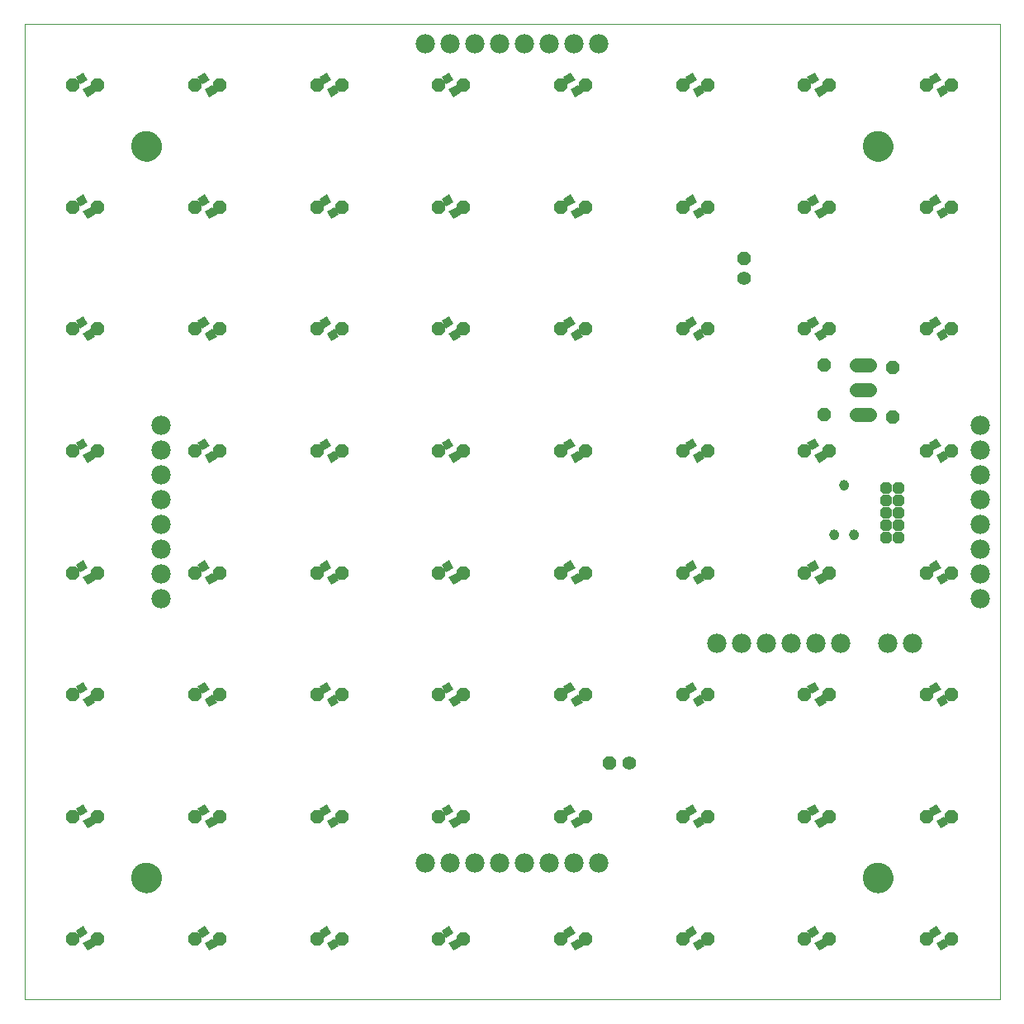
<source format=gbs>
G75*
%MOIN*%
%OFA0B0*%
%FSLAX25Y25*%
%IPPOS*%
%LPD*%
%AMOC8*
5,1,8,0,0,1.08239X$1,22.5*
%
%ADD10C,0.00000*%
%ADD11C,0.12211*%
%ADD12OC8,0.05600*%
%ADD13R,0.03550X0.03550*%
%ADD14OC8,0.04762*%
%ADD15C,0.07800*%
%ADD16C,0.05600*%
%ADD17C,0.05600*%
%ADD18C,0.03900*%
D10*
X0028775Y0011058D02*
X0028775Y0404759D01*
X0422476Y0404759D01*
X0422476Y0011058D01*
X0028775Y0011058D01*
X0072081Y0060271D02*
X0072083Y0060424D01*
X0072089Y0060578D01*
X0072099Y0060731D01*
X0072113Y0060883D01*
X0072131Y0061036D01*
X0072153Y0061187D01*
X0072178Y0061338D01*
X0072208Y0061489D01*
X0072242Y0061639D01*
X0072279Y0061787D01*
X0072320Y0061935D01*
X0072365Y0062081D01*
X0072414Y0062227D01*
X0072467Y0062371D01*
X0072523Y0062513D01*
X0072583Y0062654D01*
X0072647Y0062794D01*
X0072714Y0062932D01*
X0072785Y0063068D01*
X0072860Y0063202D01*
X0072937Y0063334D01*
X0073019Y0063464D01*
X0073103Y0063592D01*
X0073191Y0063718D01*
X0073282Y0063841D01*
X0073376Y0063962D01*
X0073474Y0064080D01*
X0073574Y0064196D01*
X0073678Y0064309D01*
X0073784Y0064420D01*
X0073893Y0064528D01*
X0074005Y0064633D01*
X0074119Y0064734D01*
X0074237Y0064833D01*
X0074356Y0064929D01*
X0074478Y0065022D01*
X0074603Y0065111D01*
X0074730Y0065198D01*
X0074859Y0065280D01*
X0074990Y0065360D01*
X0075123Y0065436D01*
X0075258Y0065509D01*
X0075395Y0065578D01*
X0075534Y0065643D01*
X0075674Y0065705D01*
X0075816Y0065763D01*
X0075959Y0065818D01*
X0076104Y0065869D01*
X0076250Y0065916D01*
X0076397Y0065959D01*
X0076545Y0065998D01*
X0076694Y0066034D01*
X0076844Y0066065D01*
X0076995Y0066093D01*
X0077146Y0066117D01*
X0077299Y0066137D01*
X0077451Y0066153D01*
X0077604Y0066165D01*
X0077757Y0066173D01*
X0077910Y0066177D01*
X0078064Y0066177D01*
X0078217Y0066173D01*
X0078370Y0066165D01*
X0078523Y0066153D01*
X0078675Y0066137D01*
X0078828Y0066117D01*
X0078979Y0066093D01*
X0079130Y0066065D01*
X0079280Y0066034D01*
X0079429Y0065998D01*
X0079577Y0065959D01*
X0079724Y0065916D01*
X0079870Y0065869D01*
X0080015Y0065818D01*
X0080158Y0065763D01*
X0080300Y0065705D01*
X0080440Y0065643D01*
X0080579Y0065578D01*
X0080716Y0065509D01*
X0080851Y0065436D01*
X0080984Y0065360D01*
X0081115Y0065280D01*
X0081244Y0065198D01*
X0081371Y0065111D01*
X0081496Y0065022D01*
X0081618Y0064929D01*
X0081737Y0064833D01*
X0081855Y0064734D01*
X0081969Y0064633D01*
X0082081Y0064528D01*
X0082190Y0064420D01*
X0082296Y0064309D01*
X0082400Y0064196D01*
X0082500Y0064080D01*
X0082598Y0063962D01*
X0082692Y0063841D01*
X0082783Y0063718D01*
X0082871Y0063592D01*
X0082955Y0063464D01*
X0083037Y0063334D01*
X0083114Y0063202D01*
X0083189Y0063068D01*
X0083260Y0062932D01*
X0083327Y0062794D01*
X0083391Y0062654D01*
X0083451Y0062513D01*
X0083507Y0062371D01*
X0083560Y0062227D01*
X0083609Y0062081D01*
X0083654Y0061935D01*
X0083695Y0061787D01*
X0083732Y0061639D01*
X0083766Y0061489D01*
X0083796Y0061338D01*
X0083821Y0061187D01*
X0083843Y0061036D01*
X0083861Y0060883D01*
X0083875Y0060731D01*
X0083885Y0060578D01*
X0083891Y0060424D01*
X0083893Y0060271D01*
X0083891Y0060118D01*
X0083885Y0059964D01*
X0083875Y0059811D01*
X0083861Y0059659D01*
X0083843Y0059506D01*
X0083821Y0059355D01*
X0083796Y0059204D01*
X0083766Y0059053D01*
X0083732Y0058903D01*
X0083695Y0058755D01*
X0083654Y0058607D01*
X0083609Y0058461D01*
X0083560Y0058315D01*
X0083507Y0058171D01*
X0083451Y0058029D01*
X0083391Y0057888D01*
X0083327Y0057748D01*
X0083260Y0057610D01*
X0083189Y0057474D01*
X0083114Y0057340D01*
X0083037Y0057208D01*
X0082955Y0057078D01*
X0082871Y0056950D01*
X0082783Y0056824D01*
X0082692Y0056701D01*
X0082598Y0056580D01*
X0082500Y0056462D01*
X0082400Y0056346D01*
X0082296Y0056233D01*
X0082190Y0056122D01*
X0082081Y0056014D01*
X0081969Y0055909D01*
X0081855Y0055808D01*
X0081737Y0055709D01*
X0081618Y0055613D01*
X0081496Y0055520D01*
X0081371Y0055431D01*
X0081244Y0055344D01*
X0081115Y0055262D01*
X0080984Y0055182D01*
X0080851Y0055106D01*
X0080716Y0055033D01*
X0080579Y0054964D01*
X0080440Y0054899D01*
X0080300Y0054837D01*
X0080158Y0054779D01*
X0080015Y0054724D01*
X0079870Y0054673D01*
X0079724Y0054626D01*
X0079577Y0054583D01*
X0079429Y0054544D01*
X0079280Y0054508D01*
X0079130Y0054477D01*
X0078979Y0054449D01*
X0078828Y0054425D01*
X0078675Y0054405D01*
X0078523Y0054389D01*
X0078370Y0054377D01*
X0078217Y0054369D01*
X0078064Y0054365D01*
X0077910Y0054365D01*
X0077757Y0054369D01*
X0077604Y0054377D01*
X0077451Y0054389D01*
X0077299Y0054405D01*
X0077146Y0054425D01*
X0076995Y0054449D01*
X0076844Y0054477D01*
X0076694Y0054508D01*
X0076545Y0054544D01*
X0076397Y0054583D01*
X0076250Y0054626D01*
X0076104Y0054673D01*
X0075959Y0054724D01*
X0075816Y0054779D01*
X0075674Y0054837D01*
X0075534Y0054899D01*
X0075395Y0054964D01*
X0075258Y0055033D01*
X0075123Y0055106D01*
X0074990Y0055182D01*
X0074859Y0055262D01*
X0074730Y0055344D01*
X0074603Y0055431D01*
X0074478Y0055520D01*
X0074356Y0055613D01*
X0074237Y0055709D01*
X0074119Y0055808D01*
X0074005Y0055909D01*
X0073893Y0056014D01*
X0073784Y0056122D01*
X0073678Y0056233D01*
X0073574Y0056346D01*
X0073474Y0056462D01*
X0073376Y0056580D01*
X0073282Y0056701D01*
X0073191Y0056824D01*
X0073103Y0056950D01*
X0073019Y0057078D01*
X0072937Y0057208D01*
X0072860Y0057340D01*
X0072785Y0057474D01*
X0072714Y0057610D01*
X0072647Y0057748D01*
X0072583Y0057888D01*
X0072523Y0058029D01*
X0072467Y0058171D01*
X0072414Y0058315D01*
X0072365Y0058461D01*
X0072320Y0058607D01*
X0072279Y0058755D01*
X0072242Y0058903D01*
X0072208Y0059053D01*
X0072178Y0059204D01*
X0072153Y0059355D01*
X0072131Y0059506D01*
X0072113Y0059659D01*
X0072099Y0059811D01*
X0072089Y0059964D01*
X0072083Y0060118D01*
X0072081Y0060271D01*
X0353733Y0198735D02*
X0353735Y0198818D01*
X0353741Y0198901D01*
X0353751Y0198984D01*
X0353765Y0199066D01*
X0353782Y0199148D01*
X0353804Y0199228D01*
X0353829Y0199307D01*
X0353858Y0199385D01*
X0353891Y0199462D01*
X0353928Y0199537D01*
X0353967Y0199610D01*
X0354011Y0199681D01*
X0354057Y0199750D01*
X0354107Y0199817D01*
X0354160Y0199881D01*
X0354216Y0199943D01*
X0354275Y0200002D01*
X0354337Y0200058D01*
X0354401Y0200111D01*
X0354468Y0200161D01*
X0354537Y0200207D01*
X0354608Y0200251D01*
X0354681Y0200290D01*
X0354756Y0200327D01*
X0354833Y0200360D01*
X0354911Y0200389D01*
X0354990Y0200414D01*
X0355070Y0200436D01*
X0355152Y0200453D01*
X0355234Y0200467D01*
X0355317Y0200477D01*
X0355400Y0200483D01*
X0355483Y0200485D01*
X0355566Y0200483D01*
X0355649Y0200477D01*
X0355732Y0200467D01*
X0355814Y0200453D01*
X0355896Y0200436D01*
X0355976Y0200414D01*
X0356055Y0200389D01*
X0356133Y0200360D01*
X0356210Y0200327D01*
X0356285Y0200290D01*
X0356358Y0200251D01*
X0356429Y0200207D01*
X0356498Y0200161D01*
X0356565Y0200111D01*
X0356629Y0200058D01*
X0356691Y0200002D01*
X0356750Y0199943D01*
X0356806Y0199881D01*
X0356859Y0199817D01*
X0356909Y0199750D01*
X0356955Y0199681D01*
X0356999Y0199610D01*
X0357038Y0199537D01*
X0357075Y0199462D01*
X0357108Y0199385D01*
X0357137Y0199307D01*
X0357162Y0199228D01*
X0357184Y0199148D01*
X0357201Y0199066D01*
X0357215Y0198984D01*
X0357225Y0198901D01*
X0357231Y0198818D01*
X0357233Y0198735D01*
X0357231Y0198652D01*
X0357225Y0198569D01*
X0357215Y0198486D01*
X0357201Y0198404D01*
X0357184Y0198322D01*
X0357162Y0198242D01*
X0357137Y0198163D01*
X0357108Y0198085D01*
X0357075Y0198008D01*
X0357038Y0197933D01*
X0356999Y0197860D01*
X0356955Y0197789D01*
X0356909Y0197720D01*
X0356859Y0197653D01*
X0356806Y0197589D01*
X0356750Y0197527D01*
X0356691Y0197468D01*
X0356629Y0197412D01*
X0356565Y0197359D01*
X0356498Y0197309D01*
X0356429Y0197263D01*
X0356358Y0197219D01*
X0356285Y0197180D01*
X0356210Y0197143D01*
X0356133Y0197110D01*
X0356055Y0197081D01*
X0355976Y0197056D01*
X0355896Y0197034D01*
X0355814Y0197017D01*
X0355732Y0197003D01*
X0355649Y0196993D01*
X0355566Y0196987D01*
X0355483Y0196985D01*
X0355400Y0196987D01*
X0355317Y0196993D01*
X0355234Y0197003D01*
X0355152Y0197017D01*
X0355070Y0197034D01*
X0354990Y0197056D01*
X0354911Y0197081D01*
X0354833Y0197110D01*
X0354756Y0197143D01*
X0354681Y0197180D01*
X0354608Y0197219D01*
X0354537Y0197263D01*
X0354468Y0197309D01*
X0354401Y0197359D01*
X0354337Y0197412D01*
X0354275Y0197468D01*
X0354216Y0197527D01*
X0354160Y0197589D01*
X0354107Y0197653D01*
X0354057Y0197720D01*
X0354011Y0197789D01*
X0353967Y0197860D01*
X0353928Y0197933D01*
X0353891Y0198008D01*
X0353858Y0198085D01*
X0353829Y0198163D01*
X0353804Y0198242D01*
X0353782Y0198322D01*
X0353765Y0198404D01*
X0353751Y0198486D01*
X0353741Y0198569D01*
X0353735Y0198652D01*
X0353733Y0198735D01*
X0361733Y0198735D02*
X0361735Y0198818D01*
X0361741Y0198901D01*
X0361751Y0198984D01*
X0361765Y0199066D01*
X0361782Y0199148D01*
X0361804Y0199228D01*
X0361829Y0199307D01*
X0361858Y0199385D01*
X0361891Y0199462D01*
X0361928Y0199537D01*
X0361967Y0199610D01*
X0362011Y0199681D01*
X0362057Y0199750D01*
X0362107Y0199817D01*
X0362160Y0199881D01*
X0362216Y0199943D01*
X0362275Y0200002D01*
X0362337Y0200058D01*
X0362401Y0200111D01*
X0362468Y0200161D01*
X0362537Y0200207D01*
X0362608Y0200251D01*
X0362681Y0200290D01*
X0362756Y0200327D01*
X0362833Y0200360D01*
X0362911Y0200389D01*
X0362990Y0200414D01*
X0363070Y0200436D01*
X0363152Y0200453D01*
X0363234Y0200467D01*
X0363317Y0200477D01*
X0363400Y0200483D01*
X0363483Y0200485D01*
X0363566Y0200483D01*
X0363649Y0200477D01*
X0363732Y0200467D01*
X0363814Y0200453D01*
X0363896Y0200436D01*
X0363976Y0200414D01*
X0364055Y0200389D01*
X0364133Y0200360D01*
X0364210Y0200327D01*
X0364285Y0200290D01*
X0364358Y0200251D01*
X0364429Y0200207D01*
X0364498Y0200161D01*
X0364565Y0200111D01*
X0364629Y0200058D01*
X0364691Y0200002D01*
X0364750Y0199943D01*
X0364806Y0199881D01*
X0364859Y0199817D01*
X0364909Y0199750D01*
X0364955Y0199681D01*
X0364999Y0199610D01*
X0365038Y0199537D01*
X0365075Y0199462D01*
X0365108Y0199385D01*
X0365137Y0199307D01*
X0365162Y0199228D01*
X0365184Y0199148D01*
X0365201Y0199066D01*
X0365215Y0198984D01*
X0365225Y0198901D01*
X0365231Y0198818D01*
X0365233Y0198735D01*
X0365231Y0198652D01*
X0365225Y0198569D01*
X0365215Y0198486D01*
X0365201Y0198404D01*
X0365184Y0198322D01*
X0365162Y0198242D01*
X0365137Y0198163D01*
X0365108Y0198085D01*
X0365075Y0198008D01*
X0365038Y0197933D01*
X0364999Y0197860D01*
X0364955Y0197789D01*
X0364909Y0197720D01*
X0364859Y0197653D01*
X0364806Y0197589D01*
X0364750Y0197527D01*
X0364691Y0197468D01*
X0364629Y0197412D01*
X0364565Y0197359D01*
X0364498Y0197309D01*
X0364429Y0197263D01*
X0364358Y0197219D01*
X0364285Y0197180D01*
X0364210Y0197143D01*
X0364133Y0197110D01*
X0364055Y0197081D01*
X0363976Y0197056D01*
X0363896Y0197034D01*
X0363814Y0197017D01*
X0363732Y0197003D01*
X0363649Y0196993D01*
X0363566Y0196987D01*
X0363483Y0196985D01*
X0363400Y0196987D01*
X0363317Y0196993D01*
X0363234Y0197003D01*
X0363152Y0197017D01*
X0363070Y0197034D01*
X0362990Y0197056D01*
X0362911Y0197081D01*
X0362833Y0197110D01*
X0362756Y0197143D01*
X0362681Y0197180D01*
X0362608Y0197219D01*
X0362537Y0197263D01*
X0362468Y0197309D01*
X0362401Y0197359D01*
X0362337Y0197412D01*
X0362275Y0197468D01*
X0362216Y0197527D01*
X0362160Y0197589D01*
X0362107Y0197653D01*
X0362057Y0197720D01*
X0362011Y0197789D01*
X0361967Y0197860D01*
X0361928Y0197933D01*
X0361891Y0198008D01*
X0361858Y0198085D01*
X0361829Y0198163D01*
X0361804Y0198242D01*
X0361782Y0198322D01*
X0361765Y0198404D01*
X0361751Y0198486D01*
X0361741Y0198569D01*
X0361735Y0198652D01*
X0361733Y0198735D01*
X0357733Y0218735D02*
X0357735Y0218818D01*
X0357741Y0218901D01*
X0357751Y0218984D01*
X0357765Y0219066D01*
X0357782Y0219148D01*
X0357804Y0219228D01*
X0357829Y0219307D01*
X0357858Y0219385D01*
X0357891Y0219462D01*
X0357928Y0219537D01*
X0357967Y0219610D01*
X0358011Y0219681D01*
X0358057Y0219750D01*
X0358107Y0219817D01*
X0358160Y0219881D01*
X0358216Y0219943D01*
X0358275Y0220002D01*
X0358337Y0220058D01*
X0358401Y0220111D01*
X0358468Y0220161D01*
X0358537Y0220207D01*
X0358608Y0220251D01*
X0358681Y0220290D01*
X0358756Y0220327D01*
X0358833Y0220360D01*
X0358911Y0220389D01*
X0358990Y0220414D01*
X0359070Y0220436D01*
X0359152Y0220453D01*
X0359234Y0220467D01*
X0359317Y0220477D01*
X0359400Y0220483D01*
X0359483Y0220485D01*
X0359566Y0220483D01*
X0359649Y0220477D01*
X0359732Y0220467D01*
X0359814Y0220453D01*
X0359896Y0220436D01*
X0359976Y0220414D01*
X0360055Y0220389D01*
X0360133Y0220360D01*
X0360210Y0220327D01*
X0360285Y0220290D01*
X0360358Y0220251D01*
X0360429Y0220207D01*
X0360498Y0220161D01*
X0360565Y0220111D01*
X0360629Y0220058D01*
X0360691Y0220002D01*
X0360750Y0219943D01*
X0360806Y0219881D01*
X0360859Y0219817D01*
X0360909Y0219750D01*
X0360955Y0219681D01*
X0360999Y0219610D01*
X0361038Y0219537D01*
X0361075Y0219462D01*
X0361108Y0219385D01*
X0361137Y0219307D01*
X0361162Y0219228D01*
X0361184Y0219148D01*
X0361201Y0219066D01*
X0361215Y0218984D01*
X0361225Y0218901D01*
X0361231Y0218818D01*
X0361233Y0218735D01*
X0361231Y0218652D01*
X0361225Y0218569D01*
X0361215Y0218486D01*
X0361201Y0218404D01*
X0361184Y0218322D01*
X0361162Y0218242D01*
X0361137Y0218163D01*
X0361108Y0218085D01*
X0361075Y0218008D01*
X0361038Y0217933D01*
X0360999Y0217860D01*
X0360955Y0217789D01*
X0360909Y0217720D01*
X0360859Y0217653D01*
X0360806Y0217589D01*
X0360750Y0217527D01*
X0360691Y0217468D01*
X0360629Y0217412D01*
X0360565Y0217359D01*
X0360498Y0217309D01*
X0360429Y0217263D01*
X0360358Y0217219D01*
X0360285Y0217180D01*
X0360210Y0217143D01*
X0360133Y0217110D01*
X0360055Y0217081D01*
X0359976Y0217056D01*
X0359896Y0217034D01*
X0359814Y0217017D01*
X0359732Y0217003D01*
X0359649Y0216993D01*
X0359566Y0216987D01*
X0359483Y0216985D01*
X0359400Y0216987D01*
X0359317Y0216993D01*
X0359234Y0217003D01*
X0359152Y0217017D01*
X0359070Y0217034D01*
X0358990Y0217056D01*
X0358911Y0217081D01*
X0358833Y0217110D01*
X0358756Y0217143D01*
X0358681Y0217180D01*
X0358608Y0217219D01*
X0358537Y0217263D01*
X0358468Y0217309D01*
X0358401Y0217359D01*
X0358337Y0217412D01*
X0358275Y0217468D01*
X0358216Y0217527D01*
X0358160Y0217589D01*
X0358107Y0217653D01*
X0358057Y0217720D01*
X0358011Y0217789D01*
X0357967Y0217860D01*
X0357928Y0217933D01*
X0357891Y0218008D01*
X0357858Y0218085D01*
X0357829Y0218163D01*
X0357804Y0218242D01*
X0357782Y0218322D01*
X0357765Y0218404D01*
X0357751Y0218486D01*
X0357741Y0218569D01*
X0357735Y0218652D01*
X0357733Y0218735D01*
X0367357Y0355546D02*
X0367359Y0355699D01*
X0367365Y0355853D01*
X0367375Y0356006D01*
X0367389Y0356158D01*
X0367407Y0356311D01*
X0367429Y0356462D01*
X0367454Y0356613D01*
X0367484Y0356764D01*
X0367518Y0356914D01*
X0367555Y0357062D01*
X0367596Y0357210D01*
X0367641Y0357356D01*
X0367690Y0357502D01*
X0367743Y0357646D01*
X0367799Y0357788D01*
X0367859Y0357929D01*
X0367923Y0358069D01*
X0367990Y0358207D01*
X0368061Y0358343D01*
X0368136Y0358477D01*
X0368213Y0358609D01*
X0368295Y0358739D01*
X0368379Y0358867D01*
X0368467Y0358993D01*
X0368558Y0359116D01*
X0368652Y0359237D01*
X0368750Y0359355D01*
X0368850Y0359471D01*
X0368954Y0359584D01*
X0369060Y0359695D01*
X0369169Y0359803D01*
X0369281Y0359908D01*
X0369395Y0360009D01*
X0369513Y0360108D01*
X0369632Y0360204D01*
X0369754Y0360297D01*
X0369879Y0360386D01*
X0370006Y0360473D01*
X0370135Y0360555D01*
X0370266Y0360635D01*
X0370399Y0360711D01*
X0370534Y0360784D01*
X0370671Y0360853D01*
X0370810Y0360918D01*
X0370950Y0360980D01*
X0371092Y0361038D01*
X0371235Y0361093D01*
X0371380Y0361144D01*
X0371526Y0361191D01*
X0371673Y0361234D01*
X0371821Y0361273D01*
X0371970Y0361309D01*
X0372120Y0361340D01*
X0372271Y0361368D01*
X0372422Y0361392D01*
X0372575Y0361412D01*
X0372727Y0361428D01*
X0372880Y0361440D01*
X0373033Y0361448D01*
X0373186Y0361452D01*
X0373340Y0361452D01*
X0373493Y0361448D01*
X0373646Y0361440D01*
X0373799Y0361428D01*
X0373951Y0361412D01*
X0374104Y0361392D01*
X0374255Y0361368D01*
X0374406Y0361340D01*
X0374556Y0361309D01*
X0374705Y0361273D01*
X0374853Y0361234D01*
X0375000Y0361191D01*
X0375146Y0361144D01*
X0375291Y0361093D01*
X0375434Y0361038D01*
X0375576Y0360980D01*
X0375716Y0360918D01*
X0375855Y0360853D01*
X0375992Y0360784D01*
X0376127Y0360711D01*
X0376260Y0360635D01*
X0376391Y0360555D01*
X0376520Y0360473D01*
X0376647Y0360386D01*
X0376772Y0360297D01*
X0376894Y0360204D01*
X0377013Y0360108D01*
X0377131Y0360009D01*
X0377245Y0359908D01*
X0377357Y0359803D01*
X0377466Y0359695D01*
X0377572Y0359584D01*
X0377676Y0359471D01*
X0377776Y0359355D01*
X0377874Y0359237D01*
X0377968Y0359116D01*
X0378059Y0358993D01*
X0378147Y0358867D01*
X0378231Y0358739D01*
X0378313Y0358609D01*
X0378390Y0358477D01*
X0378465Y0358343D01*
X0378536Y0358207D01*
X0378603Y0358069D01*
X0378667Y0357929D01*
X0378727Y0357788D01*
X0378783Y0357646D01*
X0378836Y0357502D01*
X0378885Y0357356D01*
X0378930Y0357210D01*
X0378971Y0357062D01*
X0379008Y0356914D01*
X0379042Y0356764D01*
X0379072Y0356613D01*
X0379097Y0356462D01*
X0379119Y0356311D01*
X0379137Y0356158D01*
X0379151Y0356006D01*
X0379161Y0355853D01*
X0379167Y0355699D01*
X0379169Y0355546D01*
X0379167Y0355393D01*
X0379161Y0355239D01*
X0379151Y0355086D01*
X0379137Y0354934D01*
X0379119Y0354781D01*
X0379097Y0354630D01*
X0379072Y0354479D01*
X0379042Y0354328D01*
X0379008Y0354178D01*
X0378971Y0354030D01*
X0378930Y0353882D01*
X0378885Y0353736D01*
X0378836Y0353590D01*
X0378783Y0353446D01*
X0378727Y0353304D01*
X0378667Y0353163D01*
X0378603Y0353023D01*
X0378536Y0352885D01*
X0378465Y0352749D01*
X0378390Y0352615D01*
X0378313Y0352483D01*
X0378231Y0352353D01*
X0378147Y0352225D01*
X0378059Y0352099D01*
X0377968Y0351976D01*
X0377874Y0351855D01*
X0377776Y0351737D01*
X0377676Y0351621D01*
X0377572Y0351508D01*
X0377466Y0351397D01*
X0377357Y0351289D01*
X0377245Y0351184D01*
X0377131Y0351083D01*
X0377013Y0350984D01*
X0376894Y0350888D01*
X0376772Y0350795D01*
X0376647Y0350706D01*
X0376520Y0350619D01*
X0376391Y0350537D01*
X0376260Y0350457D01*
X0376127Y0350381D01*
X0375992Y0350308D01*
X0375855Y0350239D01*
X0375716Y0350174D01*
X0375576Y0350112D01*
X0375434Y0350054D01*
X0375291Y0349999D01*
X0375146Y0349948D01*
X0375000Y0349901D01*
X0374853Y0349858D01*
X0374705Y0349819D01*
X0374556Y0349783D01*
X0374406Y0349752D01*
X0374255Y0349724D01*
X0374104Y0349700D01*
X0373951Y0349680D01*
X0373799Y0349664D01*
X0373646Y0349652D01*
X0373493Y0349644D01*
X0373340Y0349640D01*
X0373186Y0349640D01*
X0373033Y0349644D01*
X0372880Y0349652D01*
X0372727Y0349664D01*
X0372575Y0349680D01*
X0372422Y0349700D01*
X0372271Y0349724D01*
X0372120Y0349752D01*
X0371970Y0349783D01*
X0371821Y0349819D01*
X0371673Y0349858D01*
X0371526Y0349901D01*
X0371380Y0349948D01*
X0371235Y0349999D01*
X0371092Y0350054D01*
X0370950Y0350112D01*
X0370810Y0350174D01*
X0370671Y0350239D01*
X0370534Y0350308D01*
X0370399Y0350381D01*
X0370266Y0350457D01*
X0370135Y0350537D01*
X0370006Y0350619D01*
X0369879Y0350706D01*
X0369754Y0350795D01*
X0369632Y0350888D01*
X0369513Y0350984D01*
X0369395Y0351083D01*
X0369281Y0351184D01*
X0369169Y0351289D01*
X0369060Y0351397D01*
X0368954Y0351508D01*
X0368850Y0351621D01*
X0368750Y0351737D01*
X0368652Y0351855D01*
X0368558Y0351976D01*
X0368467Y0352099D01*
X0368379Y0352225D01*
X0368295Y0352353D01*
X0368213Y0352483D01*
X0368136Y0352615D01*
X0368061Y0352749D01*
X0367990Y0352885D01*
X0367923Y0353023D01*
X0367859Y0353163D01*
X0367799Y0353304D01*
X0367743Y0353446D01*
X0367690Y0353590D01*
X0367641Y0353736D01*
X0367596Y0353882D01*
X0367555Y0354030D01*
X0367518Y0354178D01*
X0367484Y0354328D01*
X0367454Y0354479D01*
X0367429Y0354630D01*
X0367407Y0354781D01*
X0367389Y0354934D01*
X0367375Y0355086D01*
X0367365Y0355239D01*
X0367359Y0355393D01*
X0367357Y0355546D01*
X0072081Y0355546D02*
X0072083Y0355699D01*
X0072089Y0355853D01*
X0072099Y0356006D01*
X0072113Y0356158D01*
X0072131Y0356311D01*
X0072153Y0356462D01*
X0072178Y0356613D01*
X0072208Y0356764D01*
X0072242Y0356914D01*
X0072279Y0357062D01*
X0072320Y0357210D01*
X0072365Y0357356D01*
X0072414Y0357502D01*
X0072467Y0357646D01*
X0072523Y0357788D01*
X0072583Y0357929D01*
X0072647Y0358069D01*
X0072714Y0358207D01*
X0072785Y0358343D01*
X0072860Y0358477D01*
X0072937Y0358609D01*
X0073019Y0358739D01*
X0073103Y0358867D01*
X0073191Y0358993D01*
X0073282Y0359116D01*
X0073376Y0359237D01*
X0073474Y0359355D01*
X0073574Y0359471D01*
X0073678Y0359584D01*
X0073784Y0359695D01*
X0073893Y0359803D01*
X0074005Y0359908D01*
X0074119Y0360009D01*
X0074237Y0360108D01*
X0074356Y0360204D01*
X0074478Y0360297D01*
X0074603Y0360386D01*
X0074730Y0360473D01*
X0074859Y0360555D01*
X0074990Y0360635D01*
X0075123Y0360711D01*
X0075258Y0360784D01*
X0075395Y0360853D01*
X0075534Y0360918D01*
X0075674Y0360980D01*
X0075816Y0361038D01*
X0075959Y0361093D01*
X0076104Y0361144D01*
X0076250Y0361191D01*
X0076397Y0361234D01*
X0076545Y0361273D01*
X0076694Y0361309D01*
X0076844Y0361340D01*
X0076995Y0361368D01*
X0077146Y0361392D01*
X0077299Y0361412D01*
X0077451Y0361428D01*
X0077604Y0361440D01*
X0077757Y0361448D01*
X0077910Y0361452D01*
X0078064Y0361452D01*
X0078217Y0361448D01*
X0078370Y0361440D01*
X0078523Y0361428D01*
X0078675Y0361412D01*
X0078828Y0361392D01*
X0078979Y0361368D01*
X0079130Y0361340D01*
X0079280Y0361309D01*
X0079429Y0361273D01*
X0079577Y0361234D01*
X0079724Y0361191D01*
X0079870Y0361144D01*
X0080015Y0361093D01*
X0080158Y0361038D01*
X0080300Y0360980D01*
X0080440Y0360918D01*
X0080579Y0360853D01*
X0080716Y0360784D01*
X0080851Y0360711D01*
X0080984Y0360635D01*
X0081115Y0360555D01*
X0081244Y0360473D01*
X0081371Y0360386D01*
X0081496Y0360297D01*
X0081618Y0360204D01*
X0081737Y0360108D01*
X0081855Y0360009D01*
X0081969Y0359908D01*
X0082081Y0359803D01*
X0082190Y0359695D01*
X0082296Y0359584D01*
X0082400Y0359471D01*
X0082500Y0359355D01*
X0082598Y0359237D01*
X0082692Y0359116D01*
X0082783Y0358993D01*
X0082871Y0358867D01*
X0082955Y0358739D01*
X0083037Y0358609D01*
X0083114Y0358477D01*
X0083189Y0358343D01*
X0083260Y0358207D01*
X0083327Y0358069D01*
X0083391Y0357929D01*
X0083451Y0357788D01*
X0083507Y0357646D01*
X0083560Y0357502D01*
X0083609Y0357356D01*
X0083654Y0357210D01*
X0083695Y0357062D01*
X0083732Y0356914D01*
X0083766Y0356764D01*
X0083796Y0356613D01*
X0083821Y0356462D01*
X0083843Y0356311D01*
X0083861Y0356158D01*
X0083875Y0356006D01*
X0083885Y0355853D01*
X0083891Y0355699D01*
X0083893Y0355546D01*
X0083891Y0355393D01*
X0083885Y0355239D01*
X0083875Y0355086D01*
X0083861Y0354934D01*
X0083843Y0354781D01*
X0083821Y0354630D01*
X0083796Y0354479D01*
X0083766Y0354328D01*
X0083732Y0354178D01*
X0083695Y0354030D01*
X0083654Y0353882D01*
X0083609Y0353736D01*
X0083560Y0353590D01*
X0083507Y0353446D01*
X0083451Y0353304D01*
X0083391Y0353163D01*
X0083327Y0353023D01*
X0083260Y0352885D01*
X0083189Y0352749D01*
X0083114Y0352615D01*
X0083037Y0352483D01*
X0082955Y0352353D01*
X0082871Y0352225D01*
X0082783Y0352099D01*
X0082692Y0351976D01*
X0082598Y0351855D01*
X0082500Y0351737D01*
X0082400Y0351621D01*
X0082296Y0351508D01*
X0082190Y0351397D01*
X0082081Y0351289D01*
X0081969Y0351184D01*
X0081855Y0351083D01*
X0081737Y0350984D01*
X0081618Y0350888D01*
X0081496Y0350795D01*
X0081371Y0350706D01*
X0081244Y0350619D01*
X0081115Y0350537D01*
X0080984Y0350457D01*
X0080851Y0350381D01*
X0080716Y0350308D01*
X0080579Y0350239D01*
X0080440Y0350174D01*
X0080300Y0350112D01*
X0080158Y0350054D01*
X0080015Y0349999D01*
X0079870Y0349948D01*
X0079724Y0349901D01*
X0079577Y0349858D01*
X0079429Y0349819D01*
X0079280Y0349783D01*
X0079130Y0349752D01*
X0078979Y0349724D01*
X0078828Y0349700D01*
X0078675Y0349680D01*
X0078523Y0349664D01*
X0078370Y0349652D01*
X0078217Y0349644D01*
X0078064Y0349640D01*
X0077910Y0349640D01*
X0077757Y0349644D01*
X0077604Y0349652D01*
X0077451Y0349664D01*
X0077299Y0349680D01*
X0077146Y0349700D01*
X0076995Y0349724D01*
X0076844Y0349752D01*
X0076694Y0349783D01*
X0076545Y0349819D01*
X0076397Y0349858D01*
X0076250Y0349901D01*
X0076104Y0349948D01*
X0075959Y0349999D01*
X0075816Y0350054D01*
X0075674Y0350112D01*
X0075534Y0350174D01*
X0075395Y0350239D01*
X0075258Y0350308D01*
X0075123Y0350381D01*
X0074990Y0350457D01*
X0074859Y0350537D01*
X0074730Y0350619D01*
X0074603Y0350706D01*
X0074478Y0350795D01*
X0074356Y0350888D01*
X0074237Y0350984D01*
X0074119Y0351083D01*
X0074005Y0351184D01*
X0073893Y0351289D01*
X0073784Y0351397D01*
X0073678Y0351508D01*
X0073574Y0351621D01*
X0073474Y0351737D01*
X0073376Y0351855D01*
X0073282Y0351976D01*
X0073191Y0352099D01*
X0073103Y0352225D01*
X0073019Y0352353D01*
X0072937Y0352483D01*
X0072860Y0352615D01*
X0072785Y0352749D01*
X0072714Y0352885D01*
X0072647Y0353023D01*
X0072583Y0353163D01*
X0072523Y0353304D01*
X0072467Y0353446D01*
X0072414Y0353590D01*
X0072365Y0353736D01*
X0072320Y0353882D01*
X0072279Y0354030D01*
X0072242Y0354178D01*
X0072208Y0354328D01*
X0072178Y0354479D01*
X0072153Y0354630D01*
X0072131Y0354781D01*
X0072113Y0354934D01*
X0072099Y0355086D01*
X0072089Y0355239D01*
X0072083Y0355393D01*
X0072081Y0355546D01*
X0367357Y0060271D02*
X0367359Y0060424D01*
X0367365Y0060578D01*
X0367375Y0060731D01*
X0367389Y0060883D01*
X0367407Y0061036D01*
X0367429Y0061187D01*
X0367454Y0061338D01*
X0367484Y0061489D01*
X0367518Y0061639D01*
X0367555Y0061787D01*
X0367596Y0061935D01*
X0367641Y0062081D01*
X0367690Y0062227D01*
X0367743Y0062371D01*
X0367799Y0062513D01*
X0367859Y0062654D01*
X0367923Y0062794D01*
X0367990Y0062932D01*
X0368061Y0063068D01*
X0368136Y0063202D01*
X0368213Y0063334D01*
X0368295Y0063464D01*
X0368379Y0063592D01*
X0368467Y0063718D01*
X0368558Y0063841D01*
X0368652Y0063962D01*
X0368750Y0064080D01*
X0368850Y0064196D01*
X0368954Y0064309D01*
X0369060Y0064420D01*
X0369169Y0064528D01*
X0369281Y0064633D01*
X0369395Y0064734D01*
X0369513Y0064833D01*
X0369632Y0064929D01*
X0369754Y0065022D01*
X0369879Y0065111D01*
X0370006Y0065198D01*
X0370135Y0065280D01*
X0370266Y0065360D01*
X0370399Y0065436D01*
X0370534Y0065509D01*
X0370671Y0065578D01*
X0370810Y0065643D01*
X0370950Y0065705D01*
X0371092Y0065763D01*
X0371235Y0065818D01*
X0371380Y0065869D01*
X0371526Y0065916D01*
X0371673Y0065959D01*
X0371821Y0065998D01*
X0371970Y0066034D01*
X0372120Y0066065D01*
X0372271Y0066093D01*
X0372422Y0066117D01*
X0372575Y0066137D01*
X0372727Y0066153D01*
X0372880Y0066165D01*
X0373033Y0066173D01*
X0373186Y0066177D01*
X0373340Y0066177D01*
X0373493Y0066173D01*
X0373646Y0066165D01*
X0373799Y0066153D01*
X0373951Y0066137D01*
X0374104Y0066117D01*
X0374255Y0066093D01*
X0374406Y0066065D01*
X0374556Y0066034D01*
X0374705Y0065998D01*
X0374853Y0065959D01*
X0375000Y0065916D01*
X0375146Y0065869D01*
X0375291Y0065818D01*
X0375434Y0065763D01*
X0375576Y0065705D01*
X0375716Y0065643D01*
X0375855Y0065578D01*
X0375992Y0065509D01*
X0376127Y0065436D01*
X0376260Y0065360D01*
X0376391Y0065280D01*
X0376520Y0065198D01*
X0376647Y0065111D01*
X0376772Y0065022D01*
X0376894Y0064929D01*
X0377013Y0064833D01*
X0377131Y0064734D01*
X0377245Y0064633D01*
X0377357Y0064528D01*
X0377466Y0064420D01*
X0377572Y0064309D01*
X0377676Y0064196D01*
X0377776Y0064080D01*
X0377874Y0063962D01*
X0377968Y0063841D01*
X0378059Y0063718D01*
X0378147Y0063592D01*
X0378231Y0063464D01*
X0378313Y0063334D01*
X0378390Y0063202D01*
X0378465Y0063068D01*
X0378536Y0062932D01*
X0378603Y0062794D01*
X0378667Y0062654D01*
X0378727Y0062513D01*
X0378783Y0062371D01*
X0378836Y0062227D01*
X0378885Y0062081D01*
X0378930Y0061935D01*
X0378971Y0061787D01*
X0379008Y0061639D01*
X0379042Y0061489D01*
X0379072Y0061338D01*
X0379097Y0061187D01*
X0379119Y0061036D01*
X0379137Y0060883D01*
X0379151Y0060731D01*
X0379161Y0060578D01*
X0379167Y0060424D01*
X0379169Y0060271D01*
X0379167Y0060118D01*
X0379161Y0059964D01*
X0379151Y0059811D01*
X0379137Y0059659D01*
X0379119Y0059506D01*
X0379097Y0059355D01*
X0379072Y0059204D01*
X0379042Y0059053D01*
X0379008Y0058903D01*
X0378971Y0058755D01*
X0378930Y0058607D01*
X0378885Y0058461D01*
X0378836Y0058315D01*
X0378783Y0058171D01*
X0378727Y0058029D01*
X0378667Y0057888D01*
X0378603Y0057748D01*
X0378536Y0057610D01*
X0378465Y0057474D01*
X0378390Y0057340D01*
X0378313Y0057208D01*
X0378231Y0057078D01*
X0378147Y0056950D01*
X0378059Y0056824D01*
X0377968Y0056701D01*
X0377874Y0056580D01*
X0377776Y0056462D01*
X0377676Y0056346D01*
X0377572Y0056233D01*
X0377466Y0056122D01*
X0377357Y0056014D01*
X0377245Y0055909D01*
X0377131Y0055808D01*
X0377013Y0055709D01*
X0376894Y0055613D01*
X0376772Y0055520D01*
X0376647Y0055431D01*
X0376520Y0055344D01*
X0376391Y0055262D01*
X0376260Y0055182D01*
X0376127Y0055106D01*
X0375992Y0055033D01*
X0375855Y0054964D01*
X0375716Y0054899D01*
X0375576Y0054837D01*
X0375434Y0054779D01*
X0375291Y0054724D01*
X0375146Y0054673D01*
X0375000Y0054626D01*
X0374853Y0054583D01*
X0374705Y0054544D01*
X0374556Y0054508D01*
X0374406Y0054477D01*
X0374255Y0054449D01*
X0374104Y0054425D01*
X0373951Y0054405D01*
X0373799Y0054389D01*
X0373646Y0054377D01*
X0373493Y0054369D01*
X0373340Y0054365D01*
X0373186Y0054365D01*
X0373033Y0054369D01*
X0372880Y0054377D01*
X0372727Y0054389D01*
X0372575Y0054405D01*
X0372422Y0054425D01*
X0372271Y0054449D01*
X0372120Y0054477D01*
X0371970Y0054508D01*
X0371821Y0054544D01*
X0371673Y0054583D01*
X0371526Y0054626D01*
X0371380Y0054673D01*
X0371235Y0054724D01*
X0371092Y0054779D01*
X0370950Y0054837D01*
X0370810Y0054899D01*
X0370671Y0054964D01*
X0370534Y0055033D01*
X0370399Y0055106D01*
X0370266Y0055182D01*
X0370135Y0055262D01*
X0370006Y0055344D01*
X0369879Y0055431D01*
X0369754Y0055520D01*
X0369632Y0055613D01*
X0369513Y0055709D01*
X0369395Y0055808D01*
X0369281Y0055909D01*
X0369169Y0056014D01*
X0369060Y0056122D01*
X0368954Y0056233D01*
X0368850Y0056346D01*
X0368750Y0056462D01*
X0368652Y0056580D01*
X0368558Y0056701D01*
X0368467Y0056824D01*
X0368379Y0056950D01*
X0368295Y0057078D01*
X0368213Y0057208D01*
X0368136Y0057340D01*
X0368061Y0057474D01*
X0367990Y0057610D01*
X0367923Y0057748D01*
X0367859Y0057888D01*
X0367799Y0058029D01*
X0367743Y0058171D01*
X0367690Y0058315D01*
X0367641Y0058461D01*
X0367596Y0058607D01*
X0367555Y0058755D01*
X0367518Y0058903D01*
X0367484Y0059053D01*
X0367454Y0059204D01*
X0367429Y0059355D01*
X0367407Y0059506D01*
X0367389Y0059659D01*
X0367375Y0059811D01*
X0367365Y0059964D01*
X0367359Y0060118D01*
X0367357Y0060271D01*
D11*
X0373263Y0060271D03*
X0077987Y0060271D03*
X0077987Y0355546D03*
X0373263Y0355546D03*
D12*
X0392869Y0330940D03*
X0402869Y0330940D03*
X0353657Y0330940D03*
X0343657Y0330940D03*
X0319129Y0310334D03*
X0304444Y0330940D03*
X0294444Y0330940D03*
X0255231Y0330940D03*
X0245231Y0330940D03*
X0206019Y0330940D03*
X0196019Y0330940D03*
X0156806Y0330940D03*
X0146806Y0330940D03*
X0107594Y0330940D03*
X0097594Y0330940D03*
X0058381Y0330940D03*
X0048381Y0330940D03*
X0048381Y0281728D03*
X0058381Y0281728D03*
X0097594Y0281728D03*
X0107594Y0281728D03*
X0146806Y0281728D03*
X0156806Y0281728D03*
X0196019Y0281728D03*
X0206019Y0281728D03*
X0245231Y0281728D03*
X0255231Y0281728D03*
X0294444Y0281728D03*
X0304444Y0281728D03*
X0343657Y0281728D03*
X0353657Y0281728D03*
X0351609Y0267121D03*
X0351609Y0247121D03*
X0353657Y0232515D03*
X0343657Y0232515D03*
X0379169Y0246137D03*
X0392869Y0232515D03*
X0402869Y0232515D03*
X0379169Y0266137D03*
X0392869Y0281728D03*
X0402869Y0281728D03*
X0304444Y0232515D03*
X0294444Y0232515D03*
X0255231Y0232515D03*
X0245231Y0232515D03*
X0206019Y0232515D03*
X0196019Y0232515D03*
X0156806Y0232515D03*
X0146806Y0232515D03*
X0107594Y0232515D03*
X0097594Y0232515D03*
X0058381Y0232515D03*
X0048381Y0232515D03*
X0048381Y0183302D03*
X0058381Y0183302D03*
X0097594Y0183302D03*
X0107594Y0183302D03*
X0146806Y0183302D03*
X0156806Y0183302D03*
X0196019Y0183302D03*
X0206019Y0183302D03*
X0245231Y0183302D03*
X0255231Y0183302D03*
X0294444Y0183302D03*
X0304444Y0183302D03*
X0343657Y0183302D03*
X0353657Y0183302D03*
X0392869Y0183302D03*
X0402869Y0183302D03*
X0402869Y0134090D03*
X0392869Y0134090D03*
X0353657Y0134090D03*
X0343657Y0134090D03*
X0304444Y0134090D03*
X0294444Y0134090D03*
X0264932Y0106531D03*
X0255231Y0084877D03*
X0245231Y0084877D03*
X0206019Y0084877D03*
X0196019Y0084877D03*
X0156806Y0084877D03*
X0146806Y0084877D03*
X0107594Y0084877D03*
X0097594Y0084877D03*
X0058381Y0084877D03*
X0048381Y0084877D03*
X0048381Y0035665D03*
X0058381Y0035665D03*
X0097594Y0035665D03*
X0107594Y0035665D03*
X0146806Y0035665D03*
X0156806Y0035665D03*
X0196019Y0035665D03*
X0206019Y0035665D03*
X0245231Y0035665D03*
X0255231Y0035665D03*
X0294444Y0035665D03*
X0304444Y0035665D03*
X0343657Y0035665D03*
X0353657Y0035665D03*
X0392869Y0035665D03*
X0402869Y0035665D03*
X0402869Y0084877D03*
X0392869Y0084877D03*
X0353657Y0084877D03*
X0343657Y0084877D03*
X0304444Y0084877D03*
X0294444Y0084877D03*
X0255231Y0134090D03*
X0245231Y0134090D03*
X0206019Y0134090D03*
X0196019Y0134090D03*
X0156806Y0134090D03*
X0146806Y0134090D03*
X0107594Y0134090D03*
X0097594Y0134090D03*
X0058381Y0134090D03*
X0048381Y0134090D03*
X0048381Y0380153D03*
X0058381Y0380153D03*
X0097594Y0380153D03*
X0107594Y0380153D03*
X0146806Y0380153D03*
X0156806Y0380153D03*
X0196019Y0380153D03*
X0206019Y0380153D03*
X0245231Y0380153D03*
X0255231Y0380153D03*
X0294444Y0380153D03*
X0304444Y0380153D03*
X0343657Y0380153D03*
X0353657Y0380153D03*
X0392869Y0380153D03*
X0402869Y0380153D03*
D13*
G36*
X0396912Y0378405D02*
X0399985Y0380180D01*
X0401760Y0377107D01*
X0398687Y0375332D01*
X0396912Y0378405D01*
G37*
G36*
X0393959Y0383519D02*
X0397032Y0385294D01*
X0398807Y0382221D01*
X0395734Y0380446D01*
X0393959Y0383519D01*
G37*
G36*
X0347699Y0378405D02*
X0350772Y0380180D01*
X0352547Y0377107D01*
X0349474Y0375332D01*
X0347699Y0378405D01*
G37*
G36*
X0344747Y0383519D02*
X0347820Y0385294D01*
X0349595Y0382221D01*
X0346522Y0380446D01*
X0344747Y0383519D01*
G37*
G36*
X0298487Y0378405D02*
X0301560Y0380180D01*
X0303335Y0377107D01*
X0300262Y0375332D01*
X0298487Y0378405D01*
G37*
G36*
X0295534Y0383519D02*
X0298607Y0385294D01*
X0300382Y0382221D01*
X0297309Y0380446D01*
X0295534Y0383519D01*
G37*
G36*
X0249274Y0378405D02*
X0252347Y0380180D01*
X0254122Y0377107D01*
X0251049Y0375332D01*
X0249274Y0378405D01*
G37*
G36*
X0246321Y0383519D02*
X0249394Y0385294D01*
X0251169Y0382221D01*
X0248096Y0380446D01*
X0246321Y0383519D01*
G37*
G36*
X0200062Y0378405D02*
X0203135Y0380180D01*
X0204910Y0377107D01*
X0201837Y0375332D01*
X0200062Y0378405D01*
G37*
G36*
X0197109Y0383519D02*
X0200182Y0385294D01*
X0201957Y0382221D01*
X0198884Y0380446D01*
X0197109Y0383519D01*
G37*
G36*
X0150849Y0378405D02*
X0153922Y0380180D01*
X0155697Y0377107D01*
X0152624Y0375332D01*
X0150849Y0378405D01*
G37*
G36*
X0147896Y0383519D02*
X0150969Y0385294D01*
X0152744Y0382221D01*
X0149671Y0380446D01*
X0147896Y0383519D01*
G37*
G36*
X0101636Y0378405D02*
X0104709Y0380180D01*
X0106484Y0377107D01*
X0103411Y0375332D01*
X0101636Y0378405D01*
G37*
G36*
X0098684Y0383519D02*
X0101757Y0385294D01*
X0103532Y0382221D01*
X0100459Y0380446D01*
X0098684Y0383519D01*
G37*
G36*
X0052424Y0378405D02*
X0055497Y0380180D01*
X0057272Y0377107D01*
X0054199Y0375332D01*
X0052424Y0378405D01*
G37*
G36*
X0049471Y0383519D02*
X0052544Y0385294D01*
X0054319Y0382221D01*
X0051246Y0380446D01*
X0049471Y0383519D01*
G37*
G36*
X0049471Y0334307D02*
X0052544Y0336082D01*
X0054319Y0333009D01*
X0051246Y0331234D01*
X0049471Y0334307D01*
G37*
G36*
X0052424Y0329192D02*
X0055497Y0330967D01*
X0057272Y0327894D01*
X0054199Y0326119D01*
X0052424Y0329192D01*
G37*
G36*
X0049471Y0285094D02*
X0052544Y0286869D01*
X0054319Y0283796D01*
X0051246Y0282021D01*
X0049471Y0285094D01*
G37*
G36*
X0052424Y0279980D02*
X0055497Y0281755D01*
X0057272Y0278682D01*
X0054199Y0276907D01*
X0052424Y0279980D01*
G37*
G36*
X0049471Y0235881D02*
X0052544Y0237656D01*
X0054319Y0234583D01*
X0051246Y0232808D01*
X0049471Y0235881D01*
G37*
G36*
X0052424Y0230767D02*
X0055497Y0232542D01*
X0057272Y0229469D01*
X0054199Y0227694D01*
X0052424Y0230767D01*
G37*
G36*
X0049471Y0186669D02*
X0052544Y0188444D01*
X0054319Y0185371D01*
X0051246Y0183596D01*
X0049471Y0186669D01*
G37*
G36*
X0052424Y0181554D02*
X0055497Y0183329D01*
X0057272Y0180256D01*
X0054199Y0178481D01*
X0052424Y0181554D01*
G37*
G36*
X0049471Y0137456D02*
X0052544Y0139231D01*
X0054319Y0136158D01*
X0051246Y0134383D01*
X0049471Y0137456D01*
G37*
G36*
X0052424Y0132342D02*
X0055497Y0134117D01*
X0057272Y0131044D01*
X0054199Y0129269D01*
X0052424Y0132342D01*
G37*
G36*
X0049471Y0088244D02*
X0052544Y0090019D01*
X0054319Y0086946D01*
X0051246Y0085171D01*
X0049471Y0088244D01*
G37*
G36*
X0052424Y0083129D02*
X0055497Y0084904D01*
X0057272Y0081831D01*
X0054199Y0080056D01*
X0052424Y0083129D01*
G37*
G36*
X0049471Y0039031D02*
X0052544Y0040806D01*
X0054319Y0037733D01*
X0051246Y0035958D01*
X0049471Y0039031D01*
G37*
G36*
X0052424Y0033917D02*
X0055497Y0035692D01*
X0057272Y0032619D01*
X0054199Y0030844D01*
X0052424Y0033917D01*
G37*
G36*
X0098684Y0039031D02*
X0101757Y0040806D01*
X0103532Y0037733D01*
X0100459Y0035958D01*
X0098684Y0039031D01*
G37*
G36*
X0101636Y0033917D02*
X0104709Y0035692D01*
X0106484Y0032619D01*
X0103411Y0030844D01*
X0101636Y0033917D01*
G37*
G36*
X0147896Y0039031D02*
X0150969Y0040806D01*
X0152744Y0037733D01*
X0149671Y0035958D01*
X0147896Y0039031D01*
G37*
G36*
X0150849Y0033917D02*
X0153922Y0035692D01*
X0155697Y0032619D01*
X0152624Y0030844D01*
X0150849Y0033917D01*
G37*
G36*
X0197109Y0039031D02*
X0200182Y0040806D01*
X0201957Y0037733D01*
X0198884Y0035958D01*
X0197109Y0039031D01*
G37*
G36*
X0200062Y0033917D02*
X0203135Y0035692D01*
X0204910Y0032619D01*
X0201837Y0030844D01*
X0200062Y0033917D01*
G37*
G36*
X0246321Y0039031D02*
X0249394Y0040806D01*
X0251169Y0037733D01*
X0248096Y0035958D01*
X0246321Y0039031D01*
G37*
G36*
X0249274Y0033917D02*
X0252347Y0035692D01*
X0254122Y0032619D01*
X0251049Y0030844D01*
X0249274Y0033917D01*
G37*
G36*
X0295534Y0039031D02*
X0298607Y0040806D01*
X0300382Y0037733D01*
X0297309Y0035958D01*
X0295534Y0039031D01*
G37*
G36*
X0298487Y0033917D02*
X0301560Y0035692D01*
X0303335Y0032619D01*
X0300262Y0030844D01*
X0298487Y0033917D01*
G37*
G36*
X0344747Y0039031D02*
X0347820Y0040806D01*
X0349595Y0037733D01*
X0346522Y0035958D01*
X0344747Y0039031D01*
G37*
G36*
X0347699Y0033917D02*
X0350772Y0035692D01*
X0352547Y0032619D01*
X0349474Y0030844D01*
X0347699Y0033917D01*
G37*
G36*
X0393959Y0039031D02*
X0397032Y0040806D01*
X0398807Y0037733D01*
X0395734Y0035958D01*
X0393959Y0039031D01*
G37*
G36*
X0396912Y0033917D02*
X0399985Y0035692D01*
X0401760Y0032619D01*
X0398687Y0030844D01*
X0396912Y0033917D01*
G37*
G36*
X0396912Y0083129D02*
X0399985Y0084904D01*
X0401760Y0081831D01*
X0398687Y0080056D01*
X0396912Y0083129D01*
G37*
G36*
X0393959Y0088244D02*
X0397032Y0090019D01*
X0398807Y0086946D01*
X0395734Y0085171D01*
X0393959Y0088244D01*
G37*
G36*
X0347699Y0083129D02*
X0350772Y0084904D01*
X0352547Y0081831D01*
X0349474Y0080056D01*
X0347699Y0083129D01*
G37*
G36*
X0344747Y0088244D02*
X0347820Y0090019D01*
X0349595Y0086946D01*
X0346522Y0085171D01*
X0344747Y0088244D01*
G37*
G36*
X0298487Y0083129D02*
X0301560Y0084904D01*
X0303335Y0081831D01*
X0300262Y0080056D01*
X0298487Y0083129D01*
G37*
G36*
X0295534Y0088244D02*
X0298607Y0090019D01*
X0300382Y0086946D01*
X0297309Y0085171D01*
X0295534Y0088244D01*
G37*
G36*
X0249274Y0083129D02*
X0252347Y0084904D01*
X0254122Y0081831D01*
X0251049Y0080056D01*
X0249274Y0083129D01*
G37*
G36*
X0246321Y0088244D02*
X0249394Y0090019D01*
X0251169Y0086946D01*
X0248096Y0085171D01*
X0246321Y0088244D01*
G37*
G36*
X0200062Y0083129D02*
X0203135Y0084904D01*
X0204910Y0081831D01*
X0201837Y0080056D01*
X0200062Y0083129D01*
G37*
G36*
X0197109Y0088244D02*
X0200182Y0090019D01*
X0201957Y0086946D01*
X0198884Y0085171D01*
X0197109Y0088244D01*
G37*
G36*
X0150849Y0083129D02*
X0153922Y0084904D01*
X0155697Y0081831D01*
X0152624Y0080056D01*
X0150849Y0083129D01*
G37*
G36*
X0147896Y0088244D02*
X0150969Y0090019D01*
X0152744Y0086946D01*
X0149671Y0085171D01*
X0147896Y0088244D01*
G37*
G36*
X0101636Y0083129D02*
X0104709Y0084904D01*
X0106484Y0081831D01*
X0103411Y0080056D01*
X0101636Y0083129D01*
G37*
G36*
X0098684Y0088244D02*
X0101757Y0090019D01*
X0103532Y0086946D01*
X0100459Y0085171D01*
X0098684Y0088244D01*
G37*
G36*
X0101636Y0132342D02*
X0104709Y0134117D01*
X0106484Y0131044D01*
X0103411Y0129269D01*
X0101636Y0132342D01*
G37*
G36*
X0098684Y0137456D02*
X0101757Y0139231D01*
X0103532Y0136158D01*
X0100459Y0134383D01*
X0098684Y0137456D01*
G37*
G36*
X0101636Y0181554D02*
X0104709Y0183329D01*
X0106484Y0180256D01*
X0103411Y0178481D01*
X0101636Y0181554D01*
G37*
G36*
X0098684Y0186669D02*
X0101757Y0188444D01*
X0103532Y0185371D01*
X0100459Y0183596D01*
X0098684Y0186669D01*
G37*
G36*
X0101636Y0230767D02*
X0104709Y0232542D01*
X0106484Y0229469D01*
X0103411Y0227694D01*
X0101636Y0230767D01*
G37*
G36*
X0098684Y0235881D02*
X0101757Y0237656D01*
X0103532Y0234583D01*
X0100459Y0232808D01*
X0098684Y0235881D01*
G37*
G36*
X0101636Y0279980D02*
X0104709Y0281755D01*
X0106484Y0278682D01*
X0103411Y0276907D01*
X0101636Y0279980D01*
G37*
G36*
X0098684Y0285094D02*
X0101757Y0286869D01*
X0103532Y0283796D01*
X0100459Y0282021D01*
X0098684Y0285094D01*
G37*
G36*
X0101636Y0329192D02*
X0104709Y0330967D01*
X0106484Y0327894D01*
X0103411Y0326119D01*
X0101636Y0329192D01*
G37*
G36*
X0098684Y0334307D02*
X0101757Y0336082D01*
X0103532Y0333009D01*
X0100459Y0331234D01*
X0098684Y0334307D01*
G37*
G36*
X0147896Y0334307D02*
X0150969Y0336082D01*
X0152744Y0333009D01*
X0149671Y0331234D01*
X0147896Y0334307D01*
G37*
G36*
X0150849Y0329192D02*
X0153922Y0330967D01*
X0155697Y0327894D01*
X0152624Y0326119D01*
X0150849Y0329192D01*
G37*
G36*
X0147896Y0285094D02*
X0150969Y0286869D01*
X0152744Y0283796D01*
X0149671Y0282021D01*
X0147896Y0285094D01*
G37*
G36*
X0150849Y0279980D02*
X0153922Y0281755D01*
X0155697Y0278682D01*
X0152624Y0276907D01*
X0150849Y0279980D01*
G37*
G36*
X0147896Y0235881D02*
X0150969Y0237656D01*
X0152744Y0234583D01*
X0149671Y0232808D01*
X0147896Y0235881D01*
G37*
G36*
X0150849Y0230767D02*
X0153922Y0232542D01*
X0155697Y0229469D01*
X0152624Y0227694D01*
X0150849Y0230767D01*
G37*
G36*
X0147896Y0186669D02*
X0150969Y0188444D01*
X0152744Y0185371D01*
X0149671Y0183596D01*
X0147896Y0186669D01*
G37*
G36*
X0150849Y0181554D02*
X0153922Y0183329D01*
X0155697Y0180256D01*
X0152624Y0178481D01*
X0150849Y0181554D01*
G37*
G36*
X0147896Y0137456D02*
X0150969Y0139231D01*
X0152744Y0136158D01*
X0149671Y0134383D01*
X0147896Y0137456D01*
G37*
G36*
X0150849Y0132342D02*
X0153922Y0134117D01*
X0155697Y0131044D01*
X0152624Y0129269D01*
X0150849Y0132342D01*
G37*
G36*
X0197109Y0137456D02*
X0200182Y0139231D01*
X0201957Y0136158D01*
X0198884Y0134383D01*
X0197109Y0137456D01*
G37*
G36*
X0200062Y0132342D02*
X0203135Y0134117D01*
X0204910Y0131044D01*
X0201837Y0129269D01*
X0200062Y0132342D01*
G37*
G36*
X0246321Y0137456D02*
X0249394Y0139231D01*
X0251169Y0136158D01*
X0248096Y0134383D01*
X0246321Y0137456D01*
G37*
G36*
X0249274Y0132342D02*
X0252347Y0134117D01*
X0254122Y0131044D01*
X0251049Y0129269D01*
X0249274Y0132342D01*
G37*
G36*
X0295534Y0137456D02*
X0298607Y0139231D01*
X0300382Y0136158D01*
X0297309Y0134383D01*
X0295534Y0137456D01*
G37*
G36*
X0298487Y0132342D02*
X0301560Y0134117D01*
X0303335Y0131044D01*
X0300262Y0129269D01*
X0298487Y0132342D01*
G37*
G36*
X0344747Y0137456D02*
X0347820Y0139231D01*
X0349595Y0136158D01*
X0346522Y0134383D01*
X0344747Y0137456D01*
G37*
G36*
X0347699Y0132342D02*
X0350772Y0134117D01*
X0352547Y0131044D01*
X0349474Y0129269D01*
X0347699Y0132342D01*
G37*
G36*
X0393959Y0137456D02*
X0397032Y0139231D01*
X0398807Y0136158D01*
X0395734Y0134383D01*
X0393959Y0137456D01*
G37*
G36*
X0396912Y0132342D02*
X0399985Y0134117D01*
X0401760Y0131044D01*
X0398687Y0129269D01*
X0396912Y0132342D01*
G37*
G36*
X0396912Y0181554D02*
X0399985Y0183329D01*
X0401760Y0180256D01*
X0398687Y0178481D01*
X0396912Y0181554D01*
G37*
G36*
X0393959Y0186669D02*
X0397032Y0188444D01*
X0398807Y0185371D01*
X0395734Y0183596D01*
X0393959Y0186669D01*
G37*
G36*
X0347699Y0181554D02*
X0350772Y0183329D01*
X0352547Y0180256D01*
X0349474Y0178481D01*
X0347699Y0181554D01*
G37*
G36*
X0344747Y0186669D02*
X0347820Y0188444D01*
X0349595Y0185371D01*
X0346522Y0183596D01*
X0344747Y0186669D01*
G37*
G36*
X0298487Y0181554D02*
X0301560Y0183329D01*
X0303335Y0180256D01*
X0300262Y0178481D01*
X0298487Y0181554D01*
G37*
G36*
X0295534Y0186669D02*
X0298607Y0188444D01*
X0300382Y0185371D01*
X0297309Y0183596D01*
X0295534Y0186669D01*
G37*
G36*
X0249274Y0181554D02*
X0252347Y0183329D01*
X0254122Y0180256D01*
X0251049Y0178481D01*
X0249274Y0181554D01*
G37*
G36*
X0246321Y0186669D02*
X0249394Y0188444D01*
X0251169Y0185371D01*
X0248096Y0183596D01*
X0246321Y0186669D01*
G37*
G36*
X0200062Y0181554D02*
X0203135Y0183329D01*
X0204910Y0180256D01*
X0201837Y0178481D01*
X0200062Y0181554D01*
G37*
G36*
X0197109Y0186669D02*
X0200182Y0188444D01*
X0201957Y0185371D01*
X0198884Y0183596D01*
X0197109Y0186669D01*
G37*
G36*
X0200062Y0230767D02*
X0203135Y0232542D01*
X0204910Y0229469D01*
X0201837Y0227694D01*
X0200062Y0230767D01*
G37*
G36*
X0197109Y0235881D02*
X0200182Y0237656D01*
X0201957Y0234583D01*
X0198884Y0232808D01*
X0197109Y0235881D01*
G37*
G36*
X0200062Y0279980D02*
X0203135Y0281755D01*
X0204910Y0278682D01*
X0201837Y0276907D01*
X0200062Y0279980D01*
G37*
G36*
X0197109Y0285094D02*
X0200182Y0286869D01*
X0201957Y0283796D01*
X0198884Y0282021D01*
X0197109Y0285094D01*
G37*
G36*
X0200062Y0329192D02*
X0203135Y0330967D01*
X0204910Y0327894D01*
X0201837Y0326119D01*
X0200062Y0329192D01*
G37*
G36*
X0197109Y0334307D02*
X0200182Y0336082D01*
X0201957Y0333009D01*
X0198884Y0331234D01*
X0197109Y0334307D01*
G37*
G36*
X0246321Y0334307D02*
X0249394Y0336082D01*
X0251169Y0333009D01*
X0248096Y0331234D01*
X0246321Y0334307D01*
G37*
G36*
X0249274Y0329192D02*
X0252347Y0330967D01*
X0254122Y0327894D01*
X0251049Y0326119D01*
X0249274Y0329192D01*
G37*
G36*
X0246321Y0285094D02*
X0249394Y0286869D01*
X0251169Y0283796D01*
X0248096Y0282021D01*
X0246321Y0285094D01*
G37*
G36*
X0249274Y0279980D02*
X0252347Y0281755D01*
X0254122Y0278682D01*
X0251049Y0276907D01*
X0249274Y0279980D01*
G37*
G36*
X0246321Y0235881D02*
X0249394Y0237656D01*
X0251169Y0234583D01*
X0248096Y0232808D01*
X0246321Y0235881D01*
G37*
G36*
X0249274Y0230767D02*
X0252347Y0232542D01*
X0254122Y0229469D01*
X0251049Y0227694D01*
X0249274Y0230767D01*
G37*
G36*
X0295534Y0235881D02*
X0298607Y0237656D01*
X0300382Y0234583D01*
X0297309Y0232808D01*
X0295534Y0235881D01*
G37*
G36*
X0298487Y0230767D02*
X0301560Y0232542D01*
X0303335Y0229469D01*
X0300262Y0227694D01*
X0298487Y0230767D01*
G37*
G36*
X0298487Y0279980D02*
X0301560Y0281755D01*
X0303335Y0278682D01*
X0300262Y0276907D01*
X0298487Y0279980D01*
G37*
G36*
X0295534Y0285094D02*
X0298607Y0286869D01*
X0300382Y0283796D01*
X0297309Y0282021D01*
X0295534Y0285094D01*
G37*
G36*
X0298487Y0329192D02*
X0301560Y0330967D01*
X0303335Y0327894D01*
X0300262Y0326119D01*
X0298487Y0329192D01*
G37*
G36*
X0295534Y0334307D02*
X0298607Y0336082D01*
X0300382Y0333009D01*
X0297309Y0331234D01*
X0295534Y0334307D01*
G37*
G36*
X0344747Y0334307D02*
X0347820Y0336082D01*
X0349595Y0333009D01*
X0346522Y0331234D01*
X0344747Y0334307D01*
G37*
G36*
X0347699Y0329192D02*
X0350772Y0330967D01*
X0352547Y0327894D01*
X0349474Y0326119D01*
X0347699Y0329192D01*
G37*
G36*
X0344747Y0285094D02*
X0347820Y0286869D01*
X0349595Y0283796D01*
X0346522Y0282021D01*
X0344747Y0285094D01*
G37*
G36*
X0347699Y0279980D02*
X0350772Y0281755D01*
X0352547Y0278682D01*
X0349474Y0276907D01*
X0347699Y0279980D01*
G37*
G36*
X0344747Y0235881D02*
X0347820Y0237656D01*
X0349595Y0234583D01*
X0346522Y0232808D01*
X0344747Y0235881D01*
G37*
G36*
X0347699Y0230767D02*
X0350772Y0232542D01*
X0352547Y0229469D01*
X0349474Y0227694D01*
X0347699Y0230767D01*
G37*
G36*
X0393959Y0235881D02*
X0397032Y0237656D01*
X0398807Y0234583D01*
X0395734Y0232808D01*
X0393959Y0235881D01*
G37*
G36*
X0396912Y0230767D02*
X0399985Y0232542D01*
X0401760Y0229469D01*
X0398687Y0227694D01*
X0396912Y0230767D01*
G37*
G36*
X0396912Y0279980D02*
X0399985Y0281755D01*
X0401760Y0278682D01*
X0398687Y0276907D01*
X0396912Y0279980D01*
G37*
G36*
X0393959Y0285094D02*
X0397032Y0286869D01*
X0398807Y0283796D01*
X0395734Y0282021D01*
X0393959Y0285094D01*
G37*
G36*
X0396912Y0329192D02*
X0399985Y0330967D01*
X0401760Y0327894D01*
X0398687Y0326119D01*
X0396912Y0329192D01*
G37*
G36*
X0393959Y0334307D02*
X0397032Y0336082D01*
X0398807Y0333009D01*
X0395734Y0331234D01*
X0393959Y0334307D01*
G37*
D14*
X0381669Y0217515D03*
X0381669Y0212515D03*
X0381669Y0207515D03*
X0381669Y0202515D03*
X0381669Y0197515D03*
X0376669Y0197515D03*
X0376669Y0202515D03*
X0376669Y0207515D03*
X0376669Y0212515D03*
X0376669Y0217515D03*
D15*
X0414602Y0212850D03*
X0414602Y0202850D03*
X0414602Y0192850D03*
X0414602Y0182850D03*
X0414602Y0172850D03*
X0387200Y0154759D03*
X0377200Y0154759D03*
X0358302Y0154759D03*
X0348302Y0154759D03*
X0338302Y0154759D03*
X0328302Y0154759D03*
X0318302Y0154759D03*
X0308302Y0154759D03*
X0260684Y0066176D03*
X0250684Y0066176D03*
X0240684Y0066176D03*
X0230684Y0066176D03*
X0220684Y0066176D03*
X0210684Y0066176D03*
X0200684Y0066176D03*
X0190684Y0066176D03*
X0083893Y0172850D03*
X0083893Y0182850D03*
X0083893Y0192850D03*
X0083893Y0202850D03*
X0083893Y0212850D03*
X0083893Y0222850D03*
X0083893Y0232850D03*
X0083893Y0242850D03*
X0190684Y0396885D03*
X0200684Y0396885D03*
X0210684Y0396885D03*
X0220684Y0396885D03*
X0230684Y0396885D03*
X0240684Y0396885D03*
X0250684Y0396885D03*
X0260684Y0396885D03*
X0414602Y0242850D03*
X0414602Y0232850D03*
X0414602Y0222850D03*
D16*
X0319129Y0302334D03*
X0272932Y0106531D03*
D17*
X0364757Y0247121D02*
X0369957Y0247121D01*
X0369957Y0257121D02*
X0364757Y0257121D01*
X0364757Y0267121D02*
X0369957Y0267121D01*
D18*
X0359483Y0218735D03*
X0355483Y0198735D03*
X0363483Y0198735D03*
M02*

</source>
